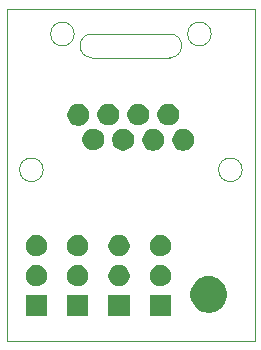
<source format=gts>
G04 #@! TF.GenerationSoftware,KiCad,Pcbnew,(5.1.5)-3*
G04 #@! TF.CreationDate,2020-10-16T21:11:22-07:00*
G04 #@! TF.ProjectId,NeutrikEthercon,4e657574-7269-46b4-9574-686572636f6e,rev?*
G04 #@! TF.SameCoordinates,Original*
G04 #@! TF.FileFunction,Soldermask,Top*
G04 #@! TF.FilePolarity,Negative*
%FSLAX46Y46*%
G04 Gerber Fmt 4.6, Leading zero omitted, Abs format (unit mm)*
G04 Created by KiCad (PCBNEW (5.1.5)-3) date 2020-10-16 21:11:22*
%MOMM*%
%LPD*%
G04 APERTURE LIST*
%ADD10C,0.050000*%
%ADD11C,0.100000*%
G04 APERTURE END LIST*
D10*
X131700000Y-105500000D02*
G75*
G02X131700000Y-103500000I0J1000000D01*
G01*
X138300000Y-103500000D02*
G75*
G02X138300000Y-105500000I0J-1000000D01*
G01*
D11*
X145500000Y-101400000D02*
X145500000Y-129500000D01*
X124500000Y-101400000D02*
X145500000Y-101400000D01*
X124500000Y-129500000D02*
X124500000Y-101400000D01*
X145500000Y-129500000D02*
X124500000Y-129500000D01*
D10*
X131700000Y-105500000D02*
X138300000Y-105500000D01*
X131700000Y-103500000D02*
X138300000Y-103500000D01*
X130200000Y-103500000D02*
G75*
G03X130200000Y-103500000I-1000000J0D01*
G01*
X141800000Y-103500000D02*
G75*
G03X141800000Y-103500000I-1000000J0D01*
G01*
X127575000Y-115000000D02*
G75*
G03X127575000Y-115000000I-1000000J0D01*
G01*
X144425000Y-115000000D02*
G75*
G03X144425000Y-115000000I-1000000J0D01*
G01*
D11*
G36*
X138401000Y-127401000D02*
G01*
X136599000Y-127401000D01*
X136599000Y-125599000D01*
X138401000Y-125599000D01*
X138401000Y-127401000D01*
G37*
G36*
X131401000Y-127401000D02*
G01*
X129599000Y-127401000D01*
X129599000Y-125599000D01*
X131401000Y-125599000D01*
X131401000Y-127401000D01*
G37*
G36*
X127901000Y-127401000D02*
G01*
X126099000Y-127401000D01*
X126099000Y-125599000D01*
X127901000Y-125599000D01*
X127901000Y-127401000D01*
G37*
G36*
X134901000Y-127401000D02*
G01*
X133099000Y-127401000D01*
X133099000Y-125599000D01*
X134901000Y-125599000D01*
X134901000Y-127401000D01*
G37*
G36*
X141902585Y-124028802D02*
G01*
X142052410Y-124058604D01*
X142334674Y-124175521D01*
X142588705Y-124345259D01*
X142804741Y-124561295D01*
X142974479Y-124815326D01*
X143091396Y-125097590D01*
X143151000Y-125397240D01*
X143151000Y-125702760D01*
X143091396Y-126002410D01*
X142974479Y-126284674D01*
X142804741Y-126538705D01*
X142588705Y-126754741D01*
X142334674Y-126924479D01*
X142052410Y-127041396D01*
X141902585Y-127071198D01*
X141752761Y-127101000D01*
X141447239Y-127101000D01*
X141297415Y-127071198D01*
X141147590Y-127041396D01*
X140865326Y-126924479D01*
X140611295Y-126754741D01*
X140395259Y-126538705D01*
X140225521Y-126284674D01*
X140108604Y-126002410D01*
X140049000Y-125702760D01*
X140049000Y-125397240D01*
X140108604Y-125097590D01*
X140225521Y-124815326D01*
X140395259Y-124561295D01*
X140611295Y-124345259D01*
X140865326Y-124175521D01*
X141147590Y-124058604D01*
X141297415Y-124028802D01*
X141447239Y-123999000D01*
X141752761Y-123999000D01*
X141902585Y-124028802D01*
G37*
G36*
X130613512Y-123063927D02*
G01*
X130762812Y-123093624D01*
X130926784Y-123161544D01*
X131074354Y-123260147D01*
X131199853Y-123385646D01*
X131298456Y-123533216D01*
X131366376Y-123697188D01*
X131401000Y-123871259D01*
X131401000Y-124048741D01*
X131366376Y-124222812D01*
X131298456Y-124386784D01*
X131199853Y-124534354D01*
X131074354Y-124659853D01*
X130926784Y-124758456D01*
X130762812Y-124826376D01*
X130613512Y-124856073D01*
X130588742Y-124861000D01*
X130411258Y-124861000D01*
X130386488Y-124856073D01*
X130237188Y-124826376D01*
X130073216Y-124758456D01*
X129925646Y-124659853D01*
X129800147Y-124534354D01*
X129701544Y-124386784D01*
X129633624Y-124222812D01*
X129599000Y-124048741D01*
X129599000Y-123871259D01*
X129633624Y-123697188D01*
X129701544Y-123533216D01*
X129800147Y-123385646D01*
X129925646Y-123260147D01*
X130073216Y-123161544D01*
X130237188Y-123093624D01*
X130386488Y-123063927D01*
X130411258Y-123059000D01*
X130588742Y-123059000D01*
X130613512Y-123063927D01*
G37*
G36*
X127113512Y-123063927D02*
G01*
X127262812Y-123093624D01*
X127426784Y-123161544D01*
X127574354Y-123260147D01*
X127699853Y-123385646D01*
X127798456Y-123533216D01*
X127866376Y-123697188D01*
X127901000Y-123871259D01*
X127901000Y-124048741D01*
X127866376Y-124222812D01*
X127798456Y-124386784D01*
X127699853Y-124534354D01*
X127574354Y-124659853D01*
X127426784Y-124758456D01*
X127262812Y-124826376D01*
X127113512Y-124856073D01*
X127088742Y-124861000D01*
X126911258Y-124861000D01*
X126886488Y-124856073D01*
X126737188Y-124826376D01*
X126573216Y-124758456D01*
X126425646Y-124659853D01*
X126300147Y-124534354D01*
X126201544Y-124386784D01*
X126133624Y-124222812D01*
X126099000Y-124048741D01*
X126099000Y-123871259D01*
X126133624Y-123697188D01*
X126201544Y-123533216D01*
X126300147Y-123385646D01*
X126425646Y-123260147D01*
X126573216Y-123161544D01*
X126737188Y-123093624D01*
X126886488Y-123063927D01*
X126911258Y-123059000D01*
X127088742Y-123059000D01*
X127113512Y-123063927D01*
G37*
G36*
X134113512Y-123063927D02*
G01*
X134262812Y-123093624D01*
X134426784Y-123161544D01*
X134574354Y-123260147D01*
X134699853Y-123385646D01*
X134798456Y-123533216D01*
X134866376Y-123697188D01*
X134901000Y-123871259D01*
X134901000Y-124048741D01*
X134866376Y-124222812D01*
X134798456Y-124386784D01*
X134699853Y-124534354D01*
X134574354Y-124659853D01*
X134426784Y-124758456D01*
X134262812Y-124826376D01*
X134113512Y-124856073D01*
X134088742Y-124861000D01*
X133911258Y-124861000D01*
X133886488Y-124856073D01*
X133737188Y-124826376D01*
X133573216Y-124758456D01*
X133425646Y-124659853D01*
X133300147Y-124534354D01*
X133201544Y-124386784D01*
X133133624Y-124222812D01*
X133099000Y-124048741D01*
X133099000Y-123871259D01*
X133133624Y-123697188D01*
X133201544Y-123533216D01*
X133300147Y-123385646D01*
X133425646Y-123260147D01*
X133573216Y-123161544D01*
X133737188Y-123093624D01*
X133886488Y-123063927D01*
X133911258Y-123059000D01*
X134088742Y-123059000D01*
X134113512Y-123063927D01*
G37*
G36*
X137613512Y-123063927D02*
G01*
X137762812Y-123093624D01*
X137926784Y-123161544D01*
X138074354Y-123260147D01*
X138199853Y-123385646D01*
X138298456Y-123533216D01*
X138366376Y-123697188D01*
X138401000Y-123871259D01*
X138401000Y-124048741D01*
X138366376Y-124222812D01*
X138298456Y-124386784D01*
X138199853Y-124534354D01*
X138074354Y-124659853D01*
X137926784Y-124758456D01*
X137762812Y-124826376D01*
X137613512Y-124856073D01*
X137588742Y-124861000D01*
X137411258Y-124861000D01*
X137386488Y-124856073D01*
X137237188Y-124826376D01*
X137073216Y-124758456D01*
X136925646Y-124659853D01*
X136800147Y-124534354D01*
X136701544Y-124386784D01*
X136633624Y-124222812D01*
X136599000Y-124048741D01*
X136599000Y-123871259D01*
X136633624Y-123697188D01*
X136701544Y-123533216D01*
X136800147Y-123385646D01*
X136925646Y-123260147D01*
X137073216Y-123161544D01*
X137237188Y-123093624D01*
X137386488Y-123063927D01*
X137411258Y-123059000D01*
X137588742Y-123059000D01*
X137613512Y-123063927D01*
G37*
G36*
X134113512Y-120523927D02*
G01*
X134262812Y-120553624D01*
X134426784Y-120621544D01*
X134574354Y-120720147D01*
X134699853Y-120845646D01*
X134798456Y-120993216D01*
X134866376Y-121157188D01*
X134901000Y-121331259D01*
X134901000Y-121508741D01*
X134866376Y-121682812D01*
X134798456Y-121846784D01*
X134699853Y-121994354D01*
X134574354Y-122119853D01*
X134426784Y-122218456D01*
X134262812Y-122286376D01*
X134113512Y-122316073D01*
X134088742Y-122321000D01*
X133911258Y-122321000D01*
X133886488Y-122316073D01*
X133737188Y-122286376D01*
X133573216Y-122218456D01*
X133425646Y-122119853D01*
X133300147Y-121994354D01*
X133201544Y-121846784D01*
X133133624Y-121682812D01*
X133099000Y-121508741D01*
X133099000Y-121331259D01*
X133133624Y-121157188D01*
X133201544Y-120993216D01*
X133300147Y-120845646D01*
X133425646Y-120720147D01*
X133573216Y-120621544D01*
X133737188Y-120553624D01*
X133886488Y-120523927D01*
X133911258Y-120519000D01*
X134088742Y-120519000D01*
X134113512Y-120523927D01*
G37*
G36*
X130613512Y-120523927D02*
G01*
X130762812Y-120553624D01*
X130926784Y-120621544D01*
X131074354Y-120720147D01*
X131199853Y-120845646D01*
X131298456Y-120993216D01*
X131366376Y-121157188D01*
X131401000Y-121331259D01*
X131401000Y-121508741D01*
X131366376Y-121682812D01*
X131298456Y-121846784D01*
X131199853Y-121994354D01*
X131074354Y-122119853D01*
X130926784Y-122218456D01*
X130762812Y-122286376D01*
X130613512Y-122316073D01*
X130588742Y-122321000D01*
X130411258Y-122321000D01*
X130386488Y-122316073D01*
X130237188Y-122286376D01*
X130073216Y-122218456D01*
X129925646Y-122119853D01*
X129800147Y-121994354D01*
X129701544Y-121846784D01*
X129633624Y-121682812D01*
X129599000Y-121508741D01*
X129599000Y-121331259D01*
X129633624Y-121157188D01*
X129701544Y-120993216D01*
X129800147Y-120845646D01*
X129925646Y-120720147D01*
X130073216Y-120621544D01*
X130237188Y-120553624D01*
X130386488Y-120523927D01*
X130411258Y-120519000D01*
X130588742Y-120519000D01*
X130613512Y-120523927D01*
G37*
G36*
X137613512Y-120523927D02*
G01*
X137762812Y-120553624D01*
X137926784Y-120621544D01*
X138074354Y-120720147D01*
X138199853Y-120845646D01*
X138298456Y-120993216D01*
X138366376Y-121157188D01*
X138401000Y-121331259D01*
X138401000Y-121508741D01*
X138366376Y-121682812D01*
X138298456Y-121846784D01*
X138199853Y-121994354D01*
X138074354Y-122119853D01*
X137926784Y-122218456D01*
X137762812Y-122286376D01*
X137613512Y-122316073D01*
X137588742Y-122321000D01*
X137411258Y-122321000D01*
X137386488Y-122316073D01*
X137237188Y-122286376D01*
X137073216Y-122218456D01*
X136925646Y-122119853D01*
X136800147Y-121994354D01*
X136701544Y-121846784D01*
X136633624Y-121682812D01*
X136599000Y-121508741D01*
X136599000Y-121331259D01*
X136633624Y-121157188D01*
X136701544Y-120993216D01*
X136800147Y-120845646D01*
X136925646Y-120720147D01*
X137073216Y-120621544D01*
X137237188Y-120553624D01*
X137386488Y-120523927D01*
X137411258Y-120519000D01*
X137588742Y-120519000D01*
X137613512Y-120523927D01*
G37*
G36*
X127113512Y-120523927D02*
G01*
X127262812Y-120553624D01*
X127426784Y-120621544D01*
X127574354Y-120720147D01*
X127699853Y-120845646D01*
X127798456Y-120993216D01*
X127866376Y-121157188D01*
X127901000Y-121331259D01*
X127901000Y-121508741D01*
X127866376Y-121682812D01*
X127798456Y-121846784D01*
X127699853Y-121994354D01*
X127574354Y-122119853D01*
X127426784Y-122218456D01*
X127262812Y-122286376D01*
X127113512Y-122316073D01*
X127088742Y-122321000D01*
X126911258Y-122321000D01*
X126886488Y-122316073D01*
X126737188Y-122286376D01*
X126573216Y-122218456D01*
X126425646Y-122119853D01*
X126300147Y-121994354D01*
X126201544Y-121846784D01*
X126133624Y-121682812D01*
X126099000Y-121508741D01*
X126099000Y-121331259D01*
X126133624Y-121157188D01*
X126201544Y-120993216D01*
X126300147Y-120845646D01*
X126425646Y-120720147D01*
X126573216Y-120621544D01*
X126737188Y-120553624D01*
X126886488Y-120523927D01*
X126911258Y-120519000D01*
X127088742Y-120519000D01*
X127113512Y-120523927D01*
G37*
G36*
X137170104Y-111569585D02*
G01*
X137338626Y-111639389D01*
X137490291Y-111740728D01*
X137619272Y-111869709D01*
X137720611Y-112021374D01*
X137790415Y-112189896D01*
X137826000Y-112368797D01*
X137826000Y-112551203D01*
X137790415Y-112730104D01*
X137720611Y-112898626D01*
X137619272Y-113050291D01*
X137490291Y-113179272D01*
X137338626Y-113280611D01*
X137170104Y-113350415D01*
X136991203Y-113386000D01*
X136808797Y-113386000D01*
X136629896Y-113350415D01*
X136461374Y-113280611D01*
X136309709Y-113179272D01*
X136180728Y-113050291D01*
X136079389Y-112898626D01*
X136009585Y-112730104D01*
X135974000Y-112551203D01*
X135974000Y-112368797D01*
X136009585Y-112189896D01*
X136079389Y-112021374D01*
X136180728Y-111869709D01*
X136309709Y-111740728D01*
X136461374Y-111639389D01*
X136629896Y-111569585D01*
X136808797Y-111534000D01*
X136991203Y-111534000D01*
X137170104Y-111569585D01*
G37*
G36*
X139710104Y-111569585D02*
G01*
X139878626Y-111639389D01*
X140030291Y-111740728D01*
X140159272Y-111869709D01*
X140260611Y-112021374D01*
X140330415Y-112189896D01*
X140366000Y-112368797D01*
X140366000Y-112551203D01*
X140330415Y-112730104D01*
X140260611Y-112898626D01*
X140159272Y-113050291D01*
X140030291Y-113179272D01*
X139878626Y-113280611D01*
X139710104Y-113350415D01*
X139531203Y-113386000D01*
X139348797Y-113386000D01*
X139169896Y-113350415D01*
X139001374Y-113280611D01*
X138849709Y-113179272D01*
X138720728Y-113050291D01*
X138619389Y-112898626D01*
X138549585Y-112730104D01*
X138514000Y-112551203D01*
X138514000Y-112368797D01*
X138549585Y-112189896D01*
X138619389Y-112021374D01*
X138720728Y-111869709D01*
X138849709Y-111740728D01*
X139001374Y-111639389D01*
X139169896Y-111569585D01*
X139348797Y-111534000D01*
X139531203Y-111534000D01*
X139710104Y-111569585D01*
G37*
G36*
X134620104Y-111549585D02*
G01*
X134788626Y-111619389D01*
X134940291Y-111720728D01*
X135069272Y-111849709D01*
X135170611Y-112001374D01*
X135240415Y-112169896D01*
X135276000Y-112348797D01*
X135276000Y-112531203D01*
X135240415Y-112710104D01*
X135170611Y-112878626D01*
X135069272Y-113030291D01*
X134940291Y-113159272D01*
X134788626Y-113260611D01*
X134620104Y-113330415D01*
X134441203Y-113366000D01*
X134258797Y-113366000D01*
X134079896Y-113330415D01*
X133911374Y-113260611D01*
X133759709Y-113159272D01*
X133630728Y-113030291D01*
X133529389Y-112878626D01*
X133459585Y-112710104D01*
X133424000Y-112531203D01*
X133424000Y-112348797D01*
X133459585Y-112169896D01*
X133529389Y-112001374D01*
X133630728Y-111849709D01*
X133759709Y-111720728D01*
X133911374Y-111619389D01*
X134079896Y-111549585D01*
X134258797Y-111514000D01*
X134441203Y-111514000D01*
X134620104Y-111549585D01*
G37*
G36*
X132090104Y-111539585D02*
G01*
X132258626Y-111609389D01*
X132410291Y-111710728D01*
X132539272Y-111839709D01*
X132640611Y-111991374D01*
X132710415Y-112159896D01*
X132746000Y-112338797D01*
X132746000Y-112521203D01*
X132710415Y-112700104D01*
X132640611Y-112868626D01*
X132539272Y-113020291D01*
X132410291Y-113149272D01*
X132258626Y-113250611D01*
X132090104Y-113320415D01*
X131911203Y-113356000D01*
X131728797Y-113356000D01*
X131549896Y-113320415D01*
X131381374Y-113250611D01*
X131229709Y-113149272D01*
X131100728Y-113020291D01*
X130999389Y-112868626D01*
X130929585Y-112700104D01*
X130894000Y-112521203D01*
X130894000Y-112338797D01*
X130929585Y-112159896D01*
X130999389Y-111991374D01*
X131100728Y-111839709D01*
X131229709Y-111710728D01*
X131381374Y-111609389D01*
X131549896Y-111539585D01*
X131728797Y-111504000D01*
X131911203Y-111504000D01*
X132090104Y-111539585D01*
G37*
G36*
X130830104Y-109459585D02*
G01*
X130998626Y-109529389D01*
X131150291Y-109630728D01*
X131279272Y-109759709D01*
X131380611Y-109911374D01*
X131450415Y-110079896D01*
X131486000Y-110258797D01*
X131486000Y-110441203D01*
X131450415Y-110620104D01*
X131380611Y-110788626D01*
X131279272Y-110940291D01*
X131150291Y-111069272D01*
X130998626Y-111170611D01*
X130830104Y-111240415D01*
X130651203Y-111276000D01*
X130468797Y-111276000D01*
X130289896Y-111240415D01*
X130121374Y-111170611D01*
X129969709Y-111069272D01*
X129840728Y-110940291D01*
X129739389Y-110788626D01*
X129669585Y-110620104D01*
X129634000Y-110441203D01*
X129634000Y-110258797D01*
X129669585Y-110079896D01*
X129739389Y-109911374D01*
X129840728Y-109759709D01*
X129969709Y-109630728D01*
X130121374Y-109529389D01*
X130289896Y-109459585D01*
X130468797Y-109424000D01*
X130651203Y-109424000D01*
X130830104Y-109459585D01*
G37*
G36*
X133370104Y-109429585D02*
G01*
X133538626Y-109499389D01*
X133690291Y-109600728D01*
X133819272Y-109729709D01*
X133920611Y-109881374D01*
X133990415Y-110049896D01*
X134026000Y-110228797D01*
X134026000Y-110411203D01*
X133990415Y-110590104D01*
X133920611Y-110758626D01*
X133819272Y-110910291D01*
X133690291Y-111039272D01*
X133538626Y-111140611D01*
X133370104Y-111210415D01*
X133191203Y-111246000D01*
X133008797Y-111246000D01*
X132829896Y-111210415D01*
X132661374Y-111140611D01*
X132509709Y-111039272D01*
X132380728Y-110910291D01*
X132279389Y-110758626D01*
X132209585Y-110590104D01*
X132174000Y-110411203D01*
X132174000Y-110228797D01*
X132209585Y-110049896D01*
X132279389Y-109881374D01*
X132380728Y-109729709D01*
X132509709Y-109600728D01*
X132661374Y-109499389D01*
X132829896Y-109429585D01*
X133008797Y-109394000D01*
X133191203Y-109394000D01*
X133370104Y-109429585D01*
G37*
G36*
X135900104Y-109429585D02*
G01*
X136068626Y-109499389D01*
X136220291Y-109600728D01*
X136349272Y-109729709D01*
X136450611Y-109881374D01*
X136520415Y-110049896D01*
X136556000Y-110228797D01*
X136556000Y-110411203D01*
X136520415Y-110590104D01*
X136450611Y-110758626D01*
X136349272Y-110910291D01*
X136220291Y-111039272D01*
X136068626Y-111140611D01*
X135900104Y-111210415D01*
X135721203Y-111246000D01*
X135538797Y-111246000D01*
X135359896Y-111210415D01*
X135191374Y-111140611D01*
X135039709Y-111039272D01*
X134910728Y-110910291D01*
X134809389Y-110758626D01*
X134739585Y-110590104D01*
X134704000Y-110411203D01*
X134704000Y-110228797D01*
X134739585Y-110049896D01*
X134809389Y-109881374D01*
X134910728Y-109729709D01*
X135039709Y-109600728D01*
X135191374Y-109499389D01*
X135359896Y-109429585D01*
X135538797Y-109394000D01*
X135721203Y-109394000D01*
X135900104Y-109429585D01*
G37*
G36*
X138450104Y-109429585D02*
G01*
X138618626Y-109499389D01*
X138770291Y-109600728D01*
X138899272Y-109729709D01*
X139000611Y-109881374D01*
X139070415Y-110049896D01*
X139106000Y-110228797D01*
X139106000Y-110411203D01*
X139070415Y-110590104D01*
X139000611Y-110758626D01*
X138899272Y-110910291D01*
X138770291Y-111039272D01*
X138618626Y-111140611D01*
X138450104Y-111210415D01*
X138271203Y-111246000D01*
X138088797Y-111246000D01*
X137909896Y-111210415D01*
X137741374Y-111140611D01*
X137589709Y-111039272D01*
X137460728Y-110910291D01*
X137359389Y-110758626D01*
X137289585Y-110590104D01*
X137254000Y-110411203D01*
X137254000Y-110228797D01*
X137289585Y-110049896D01*
X137359389Y-109881374D01*
X137460728Y-109729709D01*
X137589709Y-109600728D01*
X137741374Y-109499389D01*
X137909896Y-109429585D01*
X138088797Y-109394000D01*
X138271203Y-109394000D01*
X138450104Y-109429585D01*
G37*
M02*

</source>
